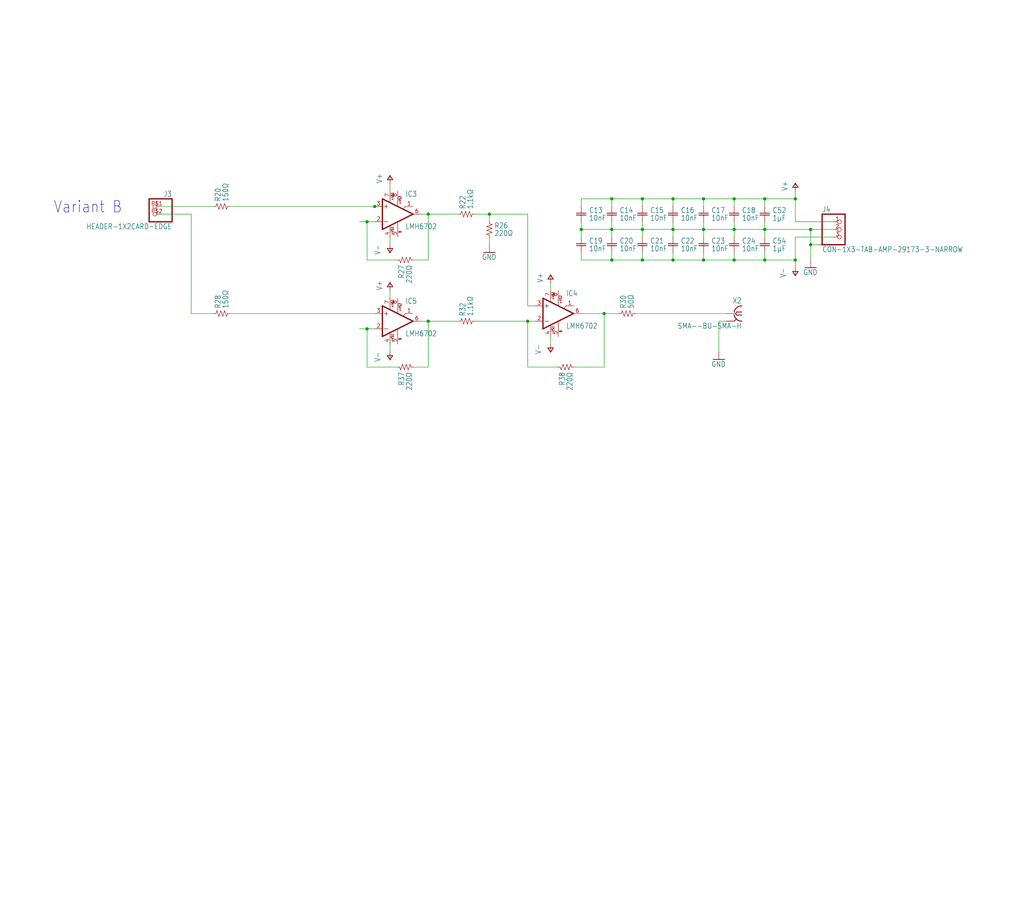
<source format=kicad_sch>
(kicad_sch (version 20211123) (generator eeschema)
  (paper "User" 340.131 301.6)
  (lib_symbols
    (symbol "diff-probe-eagle-import:C-EU-0402-SQUARE"
      (property "Reference" "C" (at 2.54 1.27 0))
      (property "Value" "C-EU-0402-SQUARE" (at 2.54 -1.27 0))
      (symbol "C-EU-0402-SQUARE_1_0"
        (polyline (pts (xy -1.5875 -0.3175) (xy 0 -0.3175)) (stroke (width 0.254)))
        (polyline (pts (xy -1.5875 0.3175) (xy 0 0.3175)) (stroke (width 0.254)))
        (polyline (pts (xy 0 -0.3175) (xy 0 -2.54)) (stroke (width 0.1524)))
        (polyline (pts (xy 0 -0.3175) (xy 1.5875 -0.3175)) (stroke (width 0.254)))
        (polyline (pts (xy 0 0.3175) (xy 1.5875 0.3175)) (stroke (width 0.254)))
        (polyline (pts (xy 0 2.54) (xy 0 0.3175)) (stroke (width 0.1524)))
        (pin passive line (at 0 2.54 270) (length 0) (name "1") (number "P$1"))
        (pin passive line (at 0 -2.54 90) (length 0) (name "2") (number "P$2"))
      )
    )
    (symbol "diff-probe-eagle-import:C-EU-0603"
      (property "Reference" "C" (at 2.54 1.27 0))
      (property "Value" "C-EU-0603" (at 2.54 -1.27 0))
      (symbol "C-EU-0603_1_0"
        (polyline (pts (xy -1.5875 -0.3175) (xy 0 -0.3175)) (stroke (width 0.254)))
        (polyline (pts (xy -1.5875 0.3175) (xy 0 0.3175)) (stroke (width 0.254)))
        (polyline (pts (xy 0 -0.3175) (xy 0 -2.54)) (stroke (width 0.1524)))
        (polyline (pts (xy 0 -0.3175) (xy 1.5875 -0.3175)) (stroke (width 0.254)))
        (polyline (pts (xy 0 0.3175) (xy 1.5875 0.3175)) (stroke (width 0.254)))
        (polyline (pts (xy 0 2.54) (xy 0 0.3175)) (stroke (width 0.1524)))
        (pin passive line (at 0 2.54 270) (length 0) (name "1") (number "1"))
        (pin passive line (at 0 -2.54 90) (length 0) (name "2") (number "2"))
      )
    )
    (symbol "diff-probe-eagle-import:CON-1X3-TAB-AMP-29173-3-NARROW"
      (property "Reference" "J" (at -3.81 0.635 0))
      (property "Value" "CON-1X3-TAB-AMP-29173-3-NARROW" (at -3.81 -12.7 0))
      (symbol "CON-1X3-TAB-AMP-29173-3-NARROW_1_0"
        (polyline (pts (xy -3.81 -10.16) (xy 3.81 -10.16)) (stroke (width 0.4064)))
        (polyline (pts (xy -3.81 0) (xy -3.81 -10.16)) (stroke (width 0.4064)))
        (polyline (pts (xy 3.81 -10.16) (xy 3.81 0)) (stroke (width 0.4064)))
        (polyline (pts (xy 3.81 0) (xy -3.81 0)) (stroke (width 0.4064)))
        (pin passive inverted (at 0 -2.54 0) (length 2.54) (name "1") (number "1"))
        (pin passive inverted (at 0 -5.08 0) (length 2.54) (name "2") (number "2"))
        (pin passive inverted (at 0 -7.62 0) (length 2.54) (name "3") (number "3"))
        (pin bidirectional line (at -5.08 -10.16 0) (length 2.54) (name "P$1") (number "P$4"))
        (pin bidirectional line (at -5.08 -10.16 0) (length 2.54) (name "P$1") (number "P$5"))
      )
    )
    (symbol "diff-probe-eagle-import:GND" (power)
      (property "Value" "GND" (at -2.54 -2.54 0))
      (symbol "GND_1_0"
        (polyline (pts (xy -1.905 0) (xy 1.905 0)) (stroke (width 0.254)))
        (pin power_in line (at 0 2.54 270) (length 2.54) (name "GND") (number "1"))
      )
    )
    (symbol "diff-probe-eagle-import:HEADER-1X2CARD-EDGE"
      (property "Reference" "J" (at -3.81 0.635 0))
      (property "Value" "HEADER-1X2CARD-EDGE" (at -3.81 -10.16 0))
      (symbol "HEADER-1X2CARD-EDGE_1_0"
        (polyline (pts (xy -3.81 -7.62) (xy 3.81 -7.62)) (stroke (width 0.4064)))
        (polyline (pts (xy -3.81 0) (xy -3.81 -7.62)) (stroke (width 0.4064)))
        (polyline (pts (xy 3.81 -7.62) (xy 3.81 0)) (stroke (width 0.4064)))
        (polyline (pts (xy 3.81 0) (xy -3.81 0)) (stroke (width 0.4064)))
        (pin passive inverted (at 0 -2.54 0) (length 2.54) (name "1") (number "P$1"))
        (pin passive inverted (at 0 -5.08 0) (length 2.54) (name "2") (number "P$2"))
      )
    )
    (symbol "diff-probe-eagle-import:OP-AMP-8-TI"
      (property "Reference" "IC" (at 2.54 5.715 0))
      (property "Value" "OP-AMP-8-TI" (at 2.54 -5.08 0))
      (symbol "OP-AMP-8-TI_1_0"
        (polyline (pts (xy -5.08 -5.08) (xy 5.08 0)) (stroke (width 0.4064)))
        (polyline (pts (xy -5.08 5.08) (xy -5.08 -5.08)) (stroke (width 0.4064)))
        (polyline (pts (xy -4.445 -2.54) (xy -3.175 -2.54)) (stroke (width 0.1524)))
        (polyline (pts (xy -4.445 2.54) (xy -3.175 2.54)) (stroke (width 0.1524)))
        (polyline (pts (xy -3.81 3.175) (xy -3.81 1.905)) (stroke (width 0.1524)))
        (polyline (pts (xy -2.54 -3.9116) (xy -2.54 -5.08)) (stroke (width 0.1524)))
        (polyline (pts (xy -2.54 5.08) (xy -2.54 3.8862)) (stroke (width 0.1524)))
        (polyline (pts (xy 0 -2.6162) (xy 0 -5.08)) (stroke (width 0.1524)))
        (polyline (pts (xy 0 5.0546) (xy 0 2.6162)) (stroke (width 0.1524)))
        (polyline (pts (xy 2.54 2.54) (xy 1.905 1.651)) (stroke (width 0.1524)))
        (polyline (pts (xy 5.08 0) (xy -5.08 5.08)) (stroke (width 0.4064)))
        (text "+VS1" (at -1.27 4.445 900) (effects (font (size 0.8128 0.6908)) (justify left bottom)))
        (text "+VS2" (at 1.27 3.175 900) (effects (font (size 0.8128 0.6908)) (justify left bottom)))
        (text "-VS1" (at -1.27 -6.985 900) (effects (font (size 0.8128 0.6908)) (justify left bottom)))
        (text "B" (at 1.27 -6.35 900) (effects (font (size 0.8128 0.6908)) (justify left bottom)))
        (pin bidirectional line (at 5.08 2.54 180) (length 2.54) (name "C") (number "1"))
        (pin input line (at -7.62 -2.54 0) (length 2.54) (name "-IN") (number "2"))
        (pin input line (at -7.62 2.54 0) (length 2.54) (name "+IN") (number "3"))
        (pin power_in line (at -2.54 -7.62 90) (length 2.54) (name "-VS1") (number "4"))
        (pin bidirectional line (at 0 -7.62 90) (length 2.54) (name "-VS2") (number "5"))
        (pin output line (at 7.62 0 180) (length 2.54) (name "OUT") (number "6"))
        (pin power_in line (at -2.54 7.62 270) (length 2.54) (name "+VS1") (number "7"))
        (pin bidirectional line (at 0 7.62 270) (length 2.54) (name "A") (number "8"))
      )
    )
    (symbol "diff-probe-eagle-import:R-US-0402-SQUARE"
      (property "Reference" "R" (at 1.5875 1.27 0))
      (property "Value" "R-US-0402-SQUARE" (at 1.5875 -1.27 0))
      (symbol "R-US-0402-SQUARE_1_0"
        (polyline (pts (xy -0.9525 -1.5875) (xy 0 -1.905)) (stroke (width 0.1524)))
        (polyline (pts (xy -0.9525 -0.3175) (xy 0.9525 -0.9525)) (stroke (width 0.1524)))
        (polyline (pts (xy -0.9525 0.9525) (xy 0.9525 0.3175)) (stroke (width 0.1524)))
        (polyline (pts (xy 0 -1.905) (xy 0 -2.54)) (stroke (width 0.1524)))
        (polyline (pts (xy 0 1.905) (xy 0.9525 1.5875)) (stroke (width 0.1524)))
        (polyline (pts (xy 0 2.54) (xy 0 1.905)) (stroke (width 0.1524)))
        (polyline (pts (xy 0.9525 -0.9525) (xy -0.9525 -1.5875)) (stroke (width 0.1524)))
        (polyline (pts (xy 0.9525 0.3175) (xy -0.9525 -0.3175)) (stroke (width 0.1524)))
        (polyline (pts (xy 0.9525 1.5875) (xy -0.9525 0.9525)) (stroke (width 0.1524)))
        (pin passive line (at 0 2.54 270) (length 0) (name "1") (number "P$1"))
        (pin passive line (at 0 -2.54 90) (length 0) (name "2") (number "P$2"))
      )
    )
    (symbol "diff-probe-eagle-import:SMA--BU-SMA-H"
      (property "Reference" "J" (at -2.54 3.302 0))
      (property "Value" "SMA--BU-SMA-H" (at -2.54 -5.08 0))
      (symbol "SMA--BU-SMA-H_1_0"
        (arc (start -2.54 -2.54) (mid -0.9022 -1.9838) (end 0 -0.508) (stroke (width 0.3048)))
        (polyline (pts (xy -2.54 0.508) (xy -0.762 0.508)) (stroke (width 0.254)))
        (polyline (pts (xy -0.762 -0.508) (xy -2.54 -0.508)) (stroke (width 0.254)))
        (polyline (pts (xy -0.762 0.508) (xy -0.508 0)) (stroke (width 0.254)))
        (polyline (pts (xy -0.508 0) (xy -0.762 -0.508)) (stroke (width 0.254)))
        (polyline (pts (xy 0 -2.54) (xy -0.762 -1.778)) (stroke (width 0.254)))
        (polyline (pts (xy 0 0) (xy -0.508 0)) (stroke (width 0.1524)))
        (arc (start 0 0.508) (mid -0.9022 1.9838) (end -2.54 2.54) (stroke (width 0.3048)))
        (pin passive line (at 2.54 0 180) (length 2.54) (name "1") (number "1"))
        (pin passive line (at 2.54 -2.54 180) (length 2.54) (name "2") (number "2"))
        (pin passive line (at 2.54 -2.54 180) (length 2.54) (name "2") (number "3"))
        (pin passive line (at 2.54 -2.54 180) (length 2.54) (name "2") (number "4"))
        (pin passive line (at 2.54 -2.54 180) (length 2.54) (name "2") (number "5"))
      )
    )
    (symbol "diff-probe-eagle-import:V+" (power)
      (property "Value" "V+" (at -2.54 -2.54 90))
      (symbol "V+_1_0"
        (polyline (pts (xy -0.889 -1.27) (xy 0.889 -1.27)) (stroke (width 0.254)))
        (polyline (pts (xy 0 0.127) (xy -0.889 -1.27)) (stroke (width 0.254)))
        (polyline (pts (xy 0.889 -1.27) (xy 0 0.127)) (stroke (width 0.254)))
        (pin power_in line (at 0 -2.54 90) (length 2.54) (name "V+") (number "1"))
      )
    )
    (symbol "diff-probe-eagle-import:V-" (power)
      (property "Value" "V-" (at -5.08 2.54 90))
      (symbol "V-_1_0"
        (polyline (pts (xy -0.889 1.27) (xy 0 -0.127)) (stroke (width 0.254)))
        (polyline (pts (xy -0.889 1.27) (xy 0.889 1.27)) (stroke (width 0.254)))
        (polyline (pts (xy 0 -0.127) (xy 0.889 1.27)) (stroke (width 0.254)))
        (pin power_in line (at 0 2.54 270) (length 2.54) (name "V-") (number "1"))
      )
    )
  )
  (junction (at 269.24 81.28))
  (junction (at 254 66.04))
  (junction (at 121.92 109.22))
  (junction (at 121.92 73.66))
  (junction (at 162.56 71.12))
  (junction (at 264.16 86.36))
  (junction (at 243.84 66.04))
  (junction (at 233.68 76.2))
  (junction (at 203.2 66.04))
  (junction (at 254 86.36))
  (junction (at 264.16 66.04))
  (junction (at 142.24 106.68))
  (junction (at 243.84 86.36))
  (junction (at 142.24 71.12))
  (junction (at 175.26 106.68))
  (junction (at 203.2 86.36))
  (junction (at 124.46 68.58))
  (junction (at 233.68 86.36))
  (junction (at 213.36 76.2))
  (junction (at 233.68 66.04))
  (junction (at 213.36 66.04))
  (junction (at 193.04 76.2))
  (junction (at 254 76.2))
  (junction (at 203.2 76.2))
  (junction (at 223.52 86.36))
  (junction (at 269.24 76.2))
  (junction (at 223.52 66.04))
  (junction (at 223.52 76.2))
  (junction (at 200.66 104.14))
  (junction (at 243.84 76.2))
  (junction (at 213.36 86.36))
  (wire (pts (xy 203.2 76.2) (xy 203.2 73.66)))
  (wire (pts (xy 157.48 106.68) (xy 175.26 106.68)))
  (wire (pts (xy 233.68 76.2) (xy 233.68 73.66)))
  (wire (pts (xy 129.54 114.3) (xy 129.54 116.84)))
  (wire (pts (xy 129.54 99.06) (xy 129.54 96.52)))
  (wire (pts (xy 264.16 66.04) (xy 264.16 63.5)))
  (wire (pts (xy 213.36 78.74) (xy 213.36 76.2)))
  (wire (pts (xy 254 68.58) (xy 254 66.04)))
  (wire (pts (xy 190.5 121.92) (xy 200.66 121.92)))
  (wire (pts (xy 238.76 116.84) (xy 238.76 106.68)))
  (wire (pts (xy 264.16 88.9) (xy 264.16 86.36)))
  (wire (pts (xy 63.5 104.14) (xy 71.12 104.14)))
  (wire (pts (xy 213.36 76.2) (xy 223.52 76.2)))
  (wire (pts (xy 276.86 73.66) (xy 264.16 73.66)))
  (wire (pts (xy 139.7 71.12) (xy 142.24 71.12)))
  (wire (pts (xy 152.4 106.68) (xy 142.24 106.68)))
  (wire (pts (xy 53.34 71.12) (xy 63.5 71.12)))
  (wire (pts (xy 142.24 106.68) (xy 139.7 106.68)))
  (wire (pts (xy 124.46 68.58) (xy 125.095 68.58)))
  (wire (pts (xy 203.2 68.58) (xy 203.2 66.04)))
  (wire (pts (xy 175.26 121.92) (xy 175.26 106.68)))
  (wire (pts (xy 193.04 78.74) (xy 193.04 76.2)))
  (wire (pts (xy 162.56 78.74) (xy 162.56 81.28)))
  (wire (pts (xy 193.04 66.04) (xy 203.2 66.04)))
  (wire (pts (xy 233.68 76.2) (xy 243.84 76.2)))
  (wire (pts (xy 238.76 106.68) (xy 241.3 106.68)))
  (wire (pts (xy 243.84 68.58) (xy 243.84 66.04)))
  (wire (pts (xy 271.78 81.28) (xy 269.24 81.28)))
  (wire (pts (xy 119.38 109.22) (xy 121.92 109.22)))
  (wire (pts (xy 137.16 121.92) (xy 142.24 121.92)))
  (wire (pts (xy 243.84 76.2) (xy 254 76.2)))
  (wire (pts (xy 269.24 86.36) (xy 269.24 81.28)))
  (wire (pts (xy 213.36 86.36) (xy 223.52 86.36)))
  (wire (pts (xy 213.36 83.82) (xy 213.36 86.36)))
  (wire (pts (xy 223.52 76.2) (xy 223.52 78.74)))
  (wire (pts (xy 233.68 78.74) (xy 233.68 76.2)))
  (wire (pts (xy 269.24 81.28) (xy 269.24 76.2)))
  (wire (pts (xy 137.16 86.36) (xy 142.24 86.36)))
  (wire (pts (xy 213.36 66.04) (xy 223.52 66.04)))
  (wire (pts (xy 243.84 86.36) (xy 254 86.36)))
  (wire (pts (xy 185.42 121.92) (xy 175.26 121.92)))
  (wire (pts (xy 223.52 76.2) (xy 233.68 76.2)))
  (wire (pts (xy 223.52 86.36) (xy 223.52 83.82)))
  (wire (pts (xy 193.04 104.14) (xy 200.66 104.14)))
  (wire (pts (xy 76.2 104.14) (xy 124.46 104.14)))
  (wire (pts (xy 243.84 66.04) (xy 254 66.04)))
  (wire (pts (xy 121.92 109.22) (xy 124.46 109.22)))
  (wire (pts (xy 142.24 71.12) (xy 152.4 71.12)))
  (wire (pts (xy 193.04 68.58) (xy 193.04 66.04)))
  (wire (pts (xy 142.24 121.92) (xy 142.24 106.68)))
  (wire (pts (xy 121.92 86.36) (xy 121.92 73.66)))
  (wire (pts (xy 121.92 121.92) (xy 121.92 109.22)))
  (wire (pts (xy 254 73.66) (xy 254 76.2)))
  (wire (pts (xy 243.84 76.2) (xy 243.84 78.74)))
  (wire (pts (xy 175.26 106.68) (xy 177.8 106.68)))
  (wire (pts (xy 175.26 101.6) (xy 175.26 71.12)))
  (wire (pts (xy 233.68 86.36) (xy 243.84 86.36)))
  (wire (pts (xy 269.24 76.2) (xy 276.86 76.2)))
  (wire (pts (xy 63.5 71.12) (xy 63.5 104.14)))
  (wire (pts (xy 210.82 104.14) (xy 241.3 104.14)))
  (wire (pts (xy 254 76.2) (xy 269.24 76.2)))
  (wire (pts (xy 254 66.04) (xy 264.16 66.04)))
  (wire (pts (xy 76.2 68.58) (xy 124.46 68.58)))
  (wire (pts (xy 223.52 68.58) (xy 223.52 66.04)))
  (wire (pts (xy 129.54 63.5) (xy 129.54 60.96)))
  (wire (pts (xy 213.36 68.58) (xy 213.36 66.04)))
  (wire (pts (xy 200.66 104.14) (xy 205.74 104.14)))
  (wire (pts (xy 233.68 86.36) (xy 223.52 86.36)))
  (wire (pts (xy 175.26 101.6) (xy 177.8 101.6)))
  (wire (pts (xy 233.68 66.04) (xy 243.84 66.04)))
  (wire (pts (xy 203.2 66.04) (xy 213.36 66.04)))
  (wire (pts (xy 175.26 71.12) (xy 162.56 71.12)))
  (wire (pts (xy 132.08 121.92) (xy 121.92 121.92)))
  (wire (pts (xy 254 78.74) (xy 254 76.2)))
  (wire (pts (xy 243.84 86.36) (xy 243.84 83.82)))
  (wire (pts (xy 254 86.36) (xy 264.16 86.36)))
  (wire (pts (xy 162.56 71.12) (xy 157.48 71.12)))
  (wire (pts (xy 193.04 76.2) (xy 193.04 73.66)))
  (wire (pts (xy 182.88 96.52) (xy 182.88 93.98)))
  (wire (pts (xy 203.2 86.36) (xy 203.2 83.82)))
  (wire (pts (xy 193.04 76.2) (xy 203.2 76.2)))
  (wire (pts (xy 243.84 76.2) (xy 243.84 73.66)))
  (wire (pts (xy 264.16 78.74) (xy 276.86 78.74)))
  (wire (pts (xy 254 83.82) (xy 254 86.36)))
  (wire (pts (xy 119.38 73.66) (xy 121.92 73.66)))
  (wire (pts (xy 203.2 76.2) (xy 203.2 78.74)))
  (wire (pts (xy 264.16 73.66) (xy 264.16 66.04)))
  (wire (pts (xy 200.66 121.92) (xy 200.66 104.14)))
  (wire (pts (xy 223.52 66.04) (xy 233.68 66.04)))
  (wire (pts (xy 213.36 86.36) (xy 203.2 86.36)))
  (wire (pts (xy 53.34 68.58) (xy 71.12 68.58)))
  (wire (pts (xy 162.56 73.66) (xy 162.56 71.12)))
  (wire (pts (xy 233.68 83.82) (xy 233.68 86.36)))
  (wire (pts (xy 132.08 86.36) (xy 121.92 86.36)))
  (wire (pts (xy 264.16 86.36) (xy 264.16 78.74)))
  (wire (pts (xy 203.2 76.2) (xy 213.36 76.2)))
  (wire (pts (xy 193.04 83.82) (xy 193.04 86.36)))
  (wire (pts (xy 129.54 78.74) (xy 129.54 81.28)))
  (wire (pts (xy 213.36 76.2) (xy 213.36 73.66)))
  (wire (pts (xy 182.88 111.76) (xy 182.88 114.3)))
  (wire (pts (xy 121.92 73.66) (xy 124.46 73.66)))
  (wire (pts (xy 142.24 86.36) (xy 142.24 71.12)))
  (wire (pts (xy 223.52 76.2) (xy 223.52 73.66)))
  (wire (pts (xy 193.04 86.36) (xy 203.2 86.36)))
  (wire (pts (xy 233.68 68.58) (xy 233.68 66.04)))
  (text "Variant B" (at 17.78 71.12 180) (effects (font (size 3.81 3.2385)) (justify left bottom)))
  (symbol (lib_id "diff-probe-eagle-import:R-US-0402-SQUARE") (at 154.94 106.68 90) (unit 1)
    (property "Reference" "R32" (at 153.67 105.0925 0) (effects (font (size 1.778 1.5113)) (justify left)))
    (property "Value" "1.1kΩ" (at 156.21 105.0925 0) (effects (font (size 1.778 1.5113)) (justify left)))
    (property "Footprint" "0402-SQUARE" (effects hide))
    (property "LCSC" "C25860" (effects hide))
  )
  (symbol (lib_id "diff-probe-eagle-import:C-EU-0603") (at 254 71.12 0) (unit 1)
    (property "Reference" "C52" (at 256.54 69.85 0) (effects (font (size 1.778 1.5113)) (justify left)))
    (property "Value" "1µF" (at 256.54 72.39 0) (effects (font (size 1.778 1.5113)) (justify left)))
    (property "Footprint" "0603" (effects hide))
    (property "LCSC" "C52923" (effects hide))
  )
  (symbol (lib_id "diff-probe-eagle-import:V-") (at 182.88 116.84 0) (unit 1)
    (property "Reference" "#P-06" (effects hide))
    (property "Value" "V-" (at 177.8 114.3 90) (effects (font (size 1.778 1.5113)) (justify right top)))
  )
  (symbol (lib_id "diff-probe-eagle-import:C-EU-0402-SQUARE") (at 233.68 81.28 0) (unit 1)
    (property "Reference" "C23" (at 236.22 80.01 0) (effects (font (size 1.778 1.5113)) (justify left)))
    (property "Value" "10nF" (at 236.22 82.55 0) (effects (font (size 1.778 1.5113)) (justify left)))
    (property "Footprint" "0402-SQUARE" (effects hide))
    (property "LCSC" "C15195" (effects hide))
  )
  (symbol (lib_id "diff-probe-eagle-import:C-EU-0402-SQUARE") (at 243.84 71.12 0) (unit 1)
    (property "Reference" "C18" (at 246.38 69.85 0) (effects (font (size 1.778 1.5113)) (justify left)))
    (property "Value" "10nF" (at 246.38 72.39 0) (effects (font (size 1.778 1.5113)) (justify left)))
    (property "Footprint" "0402-SQUARE" (effects hide))
    (property "LCSC" "C15195" (effects hide))
  )
  (symbol (lib_id "diff-probe-eagle-import:C-EU-0402-SQUARE") (at 203.2 81.28 0) (unit 1)
    (property "Reference" "C20" (at 205.74 80.01 0) (effects (font (size 1.778 1.5113)) (justify left)))
    (property "Value" "10nF" (at 205.74 82.55 0) (effects (font (size 1.778 1.5113)) (justify left)))
    (property "Footprint" "0402-SQUARE" (effects hide))
    (property "LCSC" "C15195" (effects hide))
  )
  (symbol (lib_id "diff-probe-eagle-import:R-US-0402-SQUARE") (at 154.94 71.12 90) (unit 1)
    (property "Reference" "R22" (at 153.67 69.5325 0) (effects (font (size 1.778 1.5113)) (justify left)))
    (property "Value" "1.1kΩ" (at 156.21 69.5325 0) (effects (font (size 1.778 1.5113)) (justify left)))
    (property "Footprint" "0402-SQUARE" (effects hide))
    (property "LCSC" "C25860" (effects hide))
  )
  (symbol (lib_id "diff-probe-eagle-import:V+") (at 264.16 60.96 0) (unit 1)
    (property "Reference" "#P+05" (effects hide))
    (property "Value" "V+" (at 261.62 63.5 90) (effects (font (size 1.778 1.5113)) (justify left bottom)))
  )
  (symbol (lib_id "diff-probe-eagle-import:OP-AMP-8-TI") (at 185.42 104.14 0) (unit 1)
    (property "Reference" "IC4" (at 187.96 98.425 0) (effects (font (size 1.778 1.5113)) (justify left bottom)))
    (property "Value" "LMH6702" (at 187.96 109.22 0) (effects (font (size 1.778 1.5113)) (justify left bottom)))
    (property "Footprint" "SO08" (effects hide))
  )
  (symbol (lib_id "diff-probe-eagle-import:R-US-0402-SQUARE") (at 187.96 121.92 90) (mirror x) (unit 1)
    (property "Reference" "R38" (at 186.69 123.5075 0) (effects (font (size 1.778 1.5113)) (justify left)))
    (property "Value" "220Ω" (at 189.23 123.5075 0) (effects (font (size 1.778 1.5113)) (justify left)))
    (property "Footprint" "0402-SQUARE" (effects hide))
    (property "LCSC" "C25091" (effects hide))
  )
  (symbol (lib_id "diff-probe-eagle-import:CON-1X3-TAB-AMP-29173-3-NARROW") (at 276.86 71.12 0) (unit 1)
    (property "Reference" "J4" (at 273.05 70.485 0) (effects (font (size 1.778 1.5113)) (justify left bottom)))
    (property "Value" "CON-1X3-TAB-AMP-29173-3-NARROW" (at 273.05 83.82 0) (effects (font (size 1.778 1.5113)) (justify left bottom)))
    (property "Footprint" "AMP-29173-3-NARROW" (effects hide))
  )
  (symbol (lib_id "diff-probe-eagle-import:V-") (at 129.54 83.82 0) (unit 1)
    (property "Reference" "#P-04" (effects hide))
    (property "Value" "V-" (at 124.46 81.28 90) (effects (font (size 1.778 1.5113)) (justify right top)))
  )
  (symbol (lib_id "diff-probe-eagle-import:V+") (at 182.88 91.44 0) (unit 1)
    (property "Reference" "#P+06" (effects hide))
    (property "Value" "V+" (at 180.34 93.98 90) (effects (font (size 1.778 1.5113)) (justify left bottom)))
  )
  (symbol (lib_id "diff-probe-eagle-import:C-EU-0402-SQUARE") (at 243.84 81.28 0) (unit 1)
    (property "Reference" "C24" (at 246.38 80.01 0) (effects (font (size 1.778 1.5113)) (justify left)))
    (property "Value" "10nF" (at 246.38 82.55 0) (effects (font (size 1.778 1.5113)) (justify left)))
    (property "Footprint" "0402-SQUARE" (effects hide))
    (property "LCSC" "C15195" (effects hide))
  )
  (symbol (lib_id "diff-probe-eagle-import:C-EU-0402-SQUARE") (at 203.2 71.12 0) (unit 1)
    (property "Reference" "C14" (at 205.74 69.85 0) (effects (font (size 1.778 1.5113)) (justify left)))
    (property "Value" "10nF" (at 205.74 72.39 0) (effects (font (size 1.778 1.5113)) (justify left)))
    (property "Footprint" "0402-SQUARE" (effects hide))
    (property "LCSC" "C15195" (effects hide))
  )
  (symbol (lib_id "diff-probe-eagle-import:R-US-0402-SQUARE") (at 73.66 104.14 90) (unit 1)
    (property "Reference" "R28" (at 72.39 102.5525 0) (effects (font (size 1.778 1.5113)) (justify left)))
    (property "Value" "150Ω" (at 74.93 102.5525 0) (effects (font (size 1.778 1.5113)) (justify left)))
    (property "Footprint" "0402-SQUARE" (effects hide))
    (property "LCSC" "C25082" (effects hide))
  )
  (symbol (lib_id "diff-probe-eagle-import:C-EU-0402-SQUARE") (at 193.04 71.12 0) (unit 1)
    (property "Reference" "C13" (at 195.58 69.85 0) (effects (font (size 1.778 1.5113)) (justify left)))
    (property "Value" "10nF" (at 195.58 72.39 0) (effects (font (size 1.778 1.5113)) (justify left)))
    (property "Footprint" "0402-SQUARE" (effects hide))
    (property "LCSC" "C15195" (effects hide))
  )
  (symbol (lib_id "diff-probe-eagle-import:HEADER-1X2CARD-EDGE") (at 53.34 66.04 0) (mirror y) (unit 1)
    (property "Reference" "J3" (at 57.15 65.405 0) (effects (font (size 1.778 1.5113)) (justify left bottom)))
    (property "Value" "HEADER-1X2CARD-EDGE" (at 57.15 76.2 0) (effects (font (size 1.778 1.5113)) (justify left bottom)))
    (property "Footprint" "CARD_EDGE_PADS-1X2" (effects hide))
  )
  (symbol (lib_id "diff-probe-eagle-import:C-EU-0402-SQUARE") (at 213.36 81.28 0) (unit 1)
    (property "Reference" "C21" (at 215.9 80.01 0) (effects (font (size 1.778 1.5113)) (justify left)))
    (property "Value" "10nF" (at 215.9 82.55 0) (effects (font (size 1.778 1.5113)) (justify left)))
    (property "Footprint" "0402-SQUARE" (effects hide))
    (property "LCSC" "C15195" (effects hide))
  )
  (symbol (lib_id "diff-probe-eagle-import:V+") (at 129.54 93.98 0) (unit 1)
    (property "Reference" "#P+07" (effects hide))
    (property "Value" "V+" (at 127 96.52 90) (effects (font (size 1.778 1.5113)) (justify left bottom)))
  )
  (symbol (lib_id "diff-probe-eagle-import:GND") (at 162.56 83.82 0) (unit 1)
    (property "Reference" "#GND011" (effects hide))
    (property "Value" "GND" (at 160.02 86.36 0) (effects (font (size 1.778 1.5113)) (justify left bottom)))
  )
  (symbol (lib_id "diff-probe-eagle-import:C-EU-0402-SQUARE") (at 223.52 71.12 0) (unit 1)
    (property "Reference" "C16" (at 226.06 69.85 0) (effects (font (size 1.778 1.5113)) (justify left)))
    (property "Value" "10nF" (at 226.06 72.39 0) (effects (font (size 1.778 1.5113)) (justify left)))
    (property "Footprint" "0402-SQUARE" (effects hide))
    (property "LCSC" "C15195" (effects hide))
  )
  (symbol (lib_id "diff-probe-eagle-import:SMA--BU-SMA-H") (at 243.84 104.14 0) (mirror y) (unit 1)
    (property "Reference" "X2" (at 246.38 100.838 0) (effects (font (size 1.778 1.5113)) (justify left bottom)))
    (property "Value" "SMA--BU-SMA-H" (at 246.38 109.22 0) (effects (font (size 1.778 1.5113)) (justify left bottom)))
    (property "Footprint" "BU-SMA-H" (effects hide))
    (property "LCSC" "C1509230" (effects hide))
  )
  (symbol (lib_id "diff-probe-eagle-import:C-EU-0402-SQUARE") (at 233.68 71.12 0) (unit 1)
    (property "Reference" "C17" (at 236.22 69.85 0) (effects (font (size 1.778 1.5113)) (justify left)))
    (property "Value" "10nF" (at 236.22 72.39 0) (effects (font (size 1.778 1.5113)) (justify left)))
    (property "Footprint" "0402-SQUARE" (effects hide))
    (property "LCSC" "C15195" (effects hide))
  )
  (symbol (lib_id "diff-probe-eagle-import:V-") (at 129.54 119.38 0) (unit 1)
    (property "Reference" "#P-07" (effects hide))
    (property "Value" "V-" (at 124.46 116.84 90) (effects (font (size 1.778 1.5113)) (justify right top)))
  )
  (symbol (lib_id "diff-probe-eagle-import:R-US-0402-SQUARE") (at 208.28 104.14 90) (unit 1)
    (property "Reference" "R30" (at 207.01 102.5525 0) (effects (font (size 1.778 1.5113)) (justify left)))
    (property "Value" "50Ω" (at 209.55 102.5525 0) (effects (font (size 1.778 1.5113)) (justify left)))
    (property "Footprint" "0402-SQUARE" (effects hide))
    (property "LCSC" "C477760" (effects hide))
  )
  (symbol (lib_id "diff-probe-eagle-import:C-EU-0402-SQUARE") (at 213.36 71.12 0) (unit 1)
    (property "Reference" "C15" (at 215.9 69.85 0) (effects (font (size 1.778 1.5113)) (justify left)))
    (property "Value" "10nF" (at 215.9 72.39 0) (effects (font (size 1.778 1.5113)) (justify left)))
    (property "Footprint" "0402-SQUARE" (effects hide))
    (property "LCSC" "C15195" (effects hide))
  )
  (symbol (lib_id "diff-probe-eagle-import:R-US-0402-SQUARE") (at 162.56 76.2 0) (unit 1)
    (property "Reference" "R26" (at 164.1475 74.93 0) (effects (font (size 1.778 1.5113)) (justify left)))
    (property "Value" "220Ω" (at 164.1475 77.47 0) (effects (font (size 1.778 1.5113)) (justify left)))
    (property "Footprint" "0402-SQUARE" (effects hide))
    (property "LCSC" "C25091" (effects hide))
  )
  (symbol (lib_id "diff-probe-eagle-import:V-") (at 264.16 91.44 0) (unit 1)
    (property "Reference" "#P-05" (effects hide))
    (property "Value" "V-" (at 259.08 88.9 90) (effects (font (size 1.778 1.5113)) (justify right top)))
  )
  (symbol (lib_id "diff-probe-eagle-import:C-EU-0603") (at 254 81.28 0) (unit 1)
    (property "Reference" "C54" (at 256.54 80.01 0) (effects (font (size 1.778 1.5113)) (justify left)))
    (property "Value" "1µF" (at 256.54 82.55 0) (effects (font (size 1.778 1.5113)) (justify left)))
    (property "Footprint" "0603" (effects hide))
    (property "LCSC" "C52923" (effects hide))
  )
  (symbol (lib_id "diff-probe-eagle-import:OP-AMP-8-TI") (at 132.08 106.68 0) (unit 1)
    (property "Reference" "IC5" (at 134.62 100.965 0) (effects (font (size 1.778 1.5113)) (justify left bottom)))
    (property "Value" "LMH6702" (at 134.62 111.76 0) (effects (font (size 1.778 1.5113)) (justify left bottom)))
    (property "Footprint" "SO08" (effects hide))
  )
  (symbol (lib_id "diff-probe-eagle-import:GND") (at 269.24 88.9 0) (unit 1)
    (property "Reference" "#GND012" (effects hide))
    (property "Value" "GND" (at 266.7 91.44 0) (effects (font (size 1.778 1.5113)) (justify left bottom)))
  )
  (symbol (lib_id "diff-probe-eagle-import:C-EU-0402-SQUARE") (at 193.04 81.28 0) (unit 1)
    (property "Reference" "C19" (at 195.58 80.01 0) (effects (font (size 1.778 1.5113)) (justify left)))
    (property "Value" "10nF" (at 195.58 82.55 0) (effects (font (size 1.778 1.5113)) (justify left)))
    (property "Footprint" "0402-SQUARE" (effects hide))
    (property "LCSC" "C15195" (effects hide))
  )
  (symbol (lib_id "diff-probe-eagle-import:R-US-0402-SQUARE") (at 73.66 68.58 90) (unit 1)
    (property "Reference" "R20" (at 72.39 66.9925 0) (effects (font (size 1.778 1.5113)) (justify left)))
    (property "Value" "150Ω" (at 74.93 66.9925 0) (effects (font (size 1.778 1.5113)) (justify left)))
    (property "Footprint" "0402-SQUARE" (effects hide))
    (property "LCSC" "C25082" (effects hide))
  )
  (symbol (lib_id "diff-probe-eagle-import:GND") (at 238.76 119.38 0) (unit 1)
    (property "Reference" "#GND016" (effects hide))
    (property "Value" "GND" (at 236.22 121.92 0) (effects (font (size 1.778 1.5113)) (justify left bottom)))
  )
  (symbol (lib_id "diff-probe-eagle-import:OP-AMP-8-TI") (at 132.08 71.12 0) (unit 1)
    (property "Reference" "IC3" (at 134.62 65.405 0) (effects (font (size 1.778 1.5113)) (justify left bottom)))
    (property "Value" "LMH6702" (at 134.62 76.2 0) (effects (font (size 1.778 1.5113)) (justify left bottom)))
    (property "Footprint" "SO08" (effects hide))
  )
  (symbol (lib_id "diff-probe-eagle-import:C-EU-0402-SQUARE") (at 223.52 81.28 0) (unit 1)
    (property "Reference" "C22" (at 226.06 80.01 0) (effects (font (size 1.778 1.5113)) (justify left)))
    (property "Value" "10nF" (at 226.06 82.55 0) (effects (font (size 1.778 1.5113)) (justify left)))
    (property "Footprint" "0402-SQUARE" (effects hide))
    (property "LCSC" "C15195" (effects hide))
  )
  (symbol (lib_id "diff-probe-eagle-import:V+") (at 129.54 58.42 0) (unit 1)
    (property "Reference" "#P+04" (effects hide))
    (property "Value" "V+" (at 127 60.96 90) (effects (font (size 1.778 1.5113)) (justify left bottom)))
  )
  (symbol (lib_id "diff-probe-eagle-import:R-US-0402-SQUARE") (at 134.62 121.92 90) (mirror x) (unit 1)
    (property "Reference" "R37" (at 133.35 123.5075 0) (effects (font (size 1.778 1.5113)) (justify left)))
    (property "Value" "220Ω" (at 135.89 123.5075 0) (effects (font (size 1.778 1.5113)) (justify left)))
    (property "Footprint" "0402-SQUARE" (effects hide))
    (property "LCSC" "C25091" (effects hide))
  )
  (symbol (lib_id "diff-probe-eagle-import:R-US-0402-SQUARE") (at 134.62 86.36 90) (mirror x) (unit 1)
    (property "Reference" "R27" (at 133.35 87.9475 0) (effects (font (size 1.778 1.5113)) (justify left)))
    (property "Value" "220Ω" (at 135.89 87.9475 0) (effects (font (size 1.778 1.5113)) (justify left)))
    (property "Footprint" "0402-SQUARE" (effects hide))
    (property "LCSC" "C25091" (effects hide))
  )
)
</source>
